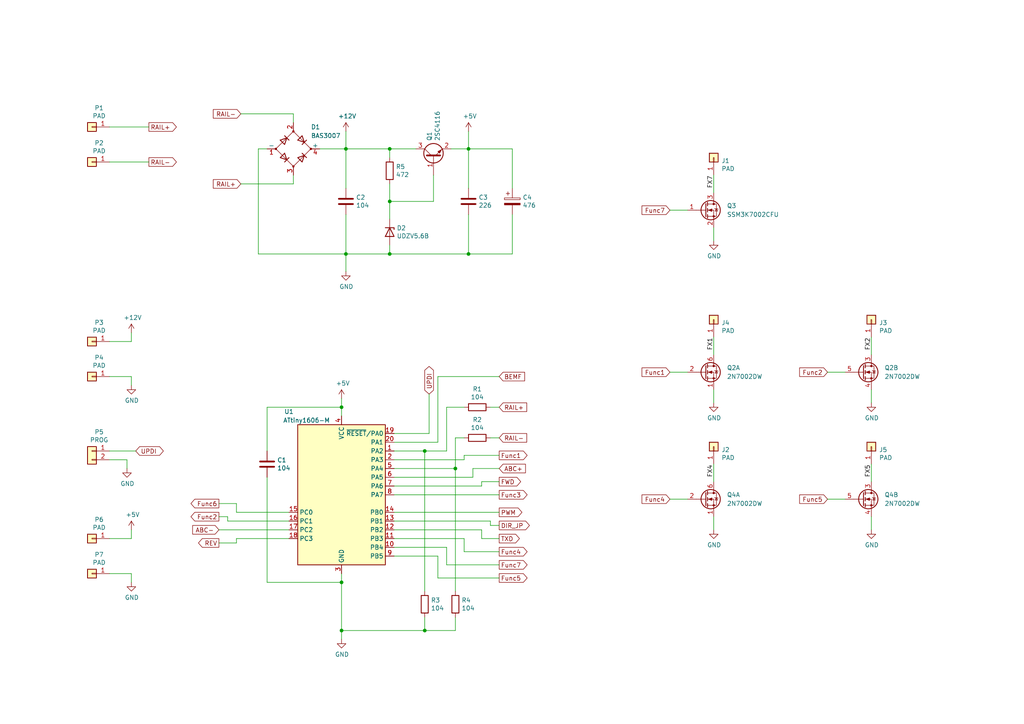
<source format=kicad_sch>
(kicad_sch (version 20230121) (generator eeschema)
  (paper "A4")
  (lib_symbols
    (symbol "Connector_Generic:Conn_01x01" (pin_names (offset 1.016) hide)
      (property "Reference" "J" (at 0 2.54 0))
      (property "Value" "Conn_01x01" (at 0 -2.54 0))
      (symbol "Conn_01x01_1_1"
        (rectangle (start -1.27 0.127) (end 0 -0.127) (stroke (width 0.1524)))
        (rectangle (start -1.27 1.27) (end 1.27 -1.27) (stroke (width 0.254)) (fill (type background)))
        (pin passive line (at -5.08 0 0) (length 3.81) (name "Pin_1") (number "1"))
      )
    )
    (symbol "Connector_Generic:Conn_01x02" (pin_names (offset 1.016) hide)
      (property "Reference" "J" (at 0 2.54 0))
      (property "Value" "Conn_01x02" (at 0 -5.08 0))
      (symbol "Conn_01x02_1_1"
        (rectangle (start -1.27 -2.413) (end 0 -2.667) (stroke (width 0.1524)))
        (rectangle (start -1.27 0.127) (end 0 -0.127) (stroke (width 0.1524)))
        (rectangle (start -1.27 1.27) (end 1.27 -3.81) (stroke (width 0.254)) (fill (type background)))
        (pin passive line (at -5.08 0 0) (length 3.81) (name "Pin_1") (number "1"))
        (pin passive line (at -5.08 -2.54 0) (length 3.81) (name "Pin_2") (number "2"))
      )
    )
    (symbol "Device:C" (pin_numbers hide) (pin_names (offset 0.254))
      (property "Reference" "C" (at 0.635 2.54 0))
      (property "Value" "C" (at 0.635 -2.54 0))
      (symbol "C_0_1"
        (polyline (pts (xy -2.032 -0.762) (xy 2.032 -0.762)) (stroke (width 0.508)))
        (polyline (pts (xy -2.032 0.762) (xy 2.032 0.762)) (stroke (width 0.508)))
      )
      (symbol "C_1_1"
        (pin passive line (at 0 3.81 270) (length 2.794) (name "~") (number "1"))
        (pin passive line (at 0 -3.81 90) (length 2.794) (name "~") (number "2"))
      )
    )
    (symbol "Device:CP" (pin_numbers hide) (pin_names (offset 0.254))
      (property "Reference" "C" (at 0.635 2.54 0))
      (property "Value" "Device_CP" (at 0.635 -2.54 0))
      (symbol "CP_0_1"
        (rectangle (start -2.286 0.508) (end 2.286 1.016))
        (polyline (pts (xy -1.778 2.286) (xy -0.762 2.286)))
        (polyline (pts (xy -1.27 2.794) (xy -1.27 1.778)))
        (rectangle (start 2.286 -0.508) (end -2.286 -1.016) (fill (type outline)))
      )
      (symbol "CP_1_1"
        (pin passive line (at 0 3.81 270) (length 2.794) (name "~") (number "1"))
        (pin passive line (at 0 -3.81 90) (length 2.794) (name "~") (number "2"))
      )
    )
    (symbol "Device:D_Bridge_-AA+" (pin_names (offset 0))
      (property "Reference" "D" (at 2.54 6.985 0))
      (property "Value" "D_Bridge_-AA+" (at 2.54 5.08 0))
      (symbol "D_Bridge_-AA+_0_1"
        (circle (center -5.08 0) (radius 0.254) (fill (type outline)))
        (circle (center 0 -5.08) (radius 0.254) (fill (type outline)))
        (polyline (pts (xy -2.54 3.81) (xy -1.27 2.54)) (stroke (width 0.254)))
        (polyline (pts (xy -1.27 -2.54) (xy -2.54 -3.81)) (stroke (width 0.254)))
        (polyline (pts (xy 2.54 -1.27) (xy 3.81 -2.54)) (stroke (width 0.254)))
        (polyline (pts (xy 2.54 1.27) (xy 3.81 2.54)) (stroke (width 0.254)))
        (polyline (pts (xy -3.81 2.54) (xy -2.54 1.27) (xy -1.905 3.175) (xy -3.81 2.54)) (stroke (width 0.254)))
        (polyline (pts (xy -2.54 -1.27) (xy -3.81 -2.54) (xy -1.905 -3.175) (xy -2.54 -1.27)) (stroke (width 0.254)))
        (polyline (pts (xy 1.27 2.54) (xy 2.54 3.81) (xy 3.175 1.905) (xy 1.27 2.54)) (stroke (width 0.254)))
        (polyline (pts (xy 3.175 -1.905) (xy 1.27 -2.54) (xy 2.54 -3.81) (xy 3.175 -1.905)) (stroke (width 0.254)))
        (polyline (pts (xy -5.08 0) (xy 0 -5.08) (xy 5.08 0) (xy 0 5.08) (xy -5.08 0)))
        (circle (center 0 5.08) (radius 0.254) (fill (type outline)))
        (circle (center 5.08 0) (radius 0.254) (fill (type outline)))
      )
      (symbol "D_Bridge_-AA+_1_1"
        (pin passive line (at -7.62 0 0) (length 2.54) (name "-") (number "1"))
        (pin passive line (at 0 7.62 270) (length 2.54) (name "~") (number "2"))
        (pin passive line (at 0 -7.62 90) (length 2.54) (name "~") (number "3"))
        (pin passive line (at 7.62 0 180) (length 2.54) (name "+") (number "4"))
      )
    )
    (symbol "Device:D_Zener" (pin_numbers hide) (pin_names (offset 1.016) hide)
      (property "Reference" "D" (at 0 2.54 0))
      (property "Value" "D_Zener" (at 0 -2.54 0))
      (symbol "D_Zener_0_1"
        (polyline (pts (xy 1.27 0) (xy -1.27 0)))
        (polyline (pts (xy -1.27 -1.27) (xy -1.27 1.27) (xy -0.762 1.27)) (stroke (width 0.254)))
        (polyline (pts (xy 1.27 -1.27) (xy 1.27 1.27) (xy -1.27 0) (xy 1.27 -1.27)) (stroke (width 0.254)))
      )
      (symbol "D_Zener_1_1"
        (pin passive line (at -3.81 0 0) (length 2.54) (name "K") (number "1"))
        (pin passive line (at 3.81 0 180) (length 2.54) (name "A") (number "2"))
      )
    )
    (symbol "Device:Q_Dual_NMOS_S1G1D2S2G2D1" (pin_names (offset 0) hide)
      (property "Reference" "Q" (at 6.35 1.27 0))
      (property "Value" "Q_Dual_NMOS_S1G1D2S2G2D1" (at 19.05 -1.27 0))
      (symbol "Q_Dual_NMOS_S1G1D2S2G2D1_0_1"
        (polyline (pts (xy 0.254 0) (xy -2.54 0)))
        (polyline (pts (xy 0.254 1.905) (xy 0.254 -1.905)) (stroke (width 0.254)))
        (polyline (pts (xy 0.762 -1.27) (xy 0.762 -2.286)) (stroke (width 0.254)))
        (polyline (pts (xy 0.762 0.508) (xy 0.762 -0.508)) (stroke (width 0.254)))
        (polyline (pts (xy 0.762 2.286) (xy 0.762 1.27)) (stroke (width 0.254)))
        (polyline (pts (xy 2.54 2.54) (xy 2.54 1.778)))
        (polyline (pts (xy 2.54 -2.54) (xy 2.54 0) (xy 0.762 0)))
        (polyline (pts (xy 0.762 -1.778) (xy 3.302 -1.778) (xy 3.302 1.778) (xy 0.762 1.778)))
        (polyline (pts (xy 1.016 0) (xy 2.032 0.381) (xy 2.032 -0.381) (xy 1.016 0)) (fill (type outline)))
        (polyline (pts (xy 2.794 0.508) (xy 2.921 0.381) (xy 3.683 0.381) (xy 3.81 0.254)))
        (polyline (pts (xy 3.302 0.381) (xy 2.921 -0.254) (xy 3.683 -0.254) (xy 3.302 0.381)))
        (circle (center 1.651 0) (radius 2.794) (stroke (width 0.254)))
        (circle (center 2.54 -1.778) (radius 0.254) (fill (type outline)))
        (circle (center 2.54 1.778) (radius 0.254) (fill (type outline)))
      )
      (symbol "Q_Dual_NMOS_S1G1D2S2G2D1_1_1"
        (pin passive line (at 2.54 -5.08 90) (length 2.54) (name "S") (number "1"))
        (pin input line (at -5.08 0 0) (length 2.54) (name "G") (number "2"))
        (pin passive line (at 2.54 5.08 270) (length 2.54) (name "D") (number "6"))
      )
      (symbol "Q_Dual_NMOS_S1G1D2S2G2D1_2_1"
        (pin passive line (at 2.54 5.08 270) (length 2.54) (name "D") (number "3"))
        (pin passive line (at 2.54 -5.08 90) (length 2.54) (name "S") (number "4"))
        (pin input line (at -5.08 0 0) (length 2.54) (name "G") (number "5"))
      )
    )
    (symbol "Device:Q_NMOS_GSD" (pin_names (offset 0) hide)
      (property "Reference" "Q" (at 5.08 1.27 0))
      (property "Value" "Q_NMOS_GSD" (at 5.08 -1.27 0))
      (symbol "Q_NMOS_GSD_0_1"
        (polyline (pts (xy 0.254 0) (xy -2.54 0)))
        (polyline (pts (xy 0.254 1.905) (xy 0.254 -1.905)) (stroke (width 0.254)))
        (polyline (pts (xy 0.762 -1.27) (xy 0.762 -2.286)) (stroke (width 0.254)))
        (polyline (pts (xy 0.762 0.508) (xy 0.762 -0.508)) (stroke (width 0.254)))
        (polyline (pts (xy 0.762 2.286) (xy 0.762 1.27)) (stroke (width 0.254)))
        (polyline (pts (xy 2.54 2.54) (xy 2.54 1.778)))
        (polyline (pts (xy 2.54 -2.54) (xy 2.54 0) (xy 0.762 0)))
        (polyline (pts (xy 0.762 -1.778) (xy 3.302 -1.778) (xy 3.302 1.778) (xy 0.762 1.778)))
        (polyline (pts (xy 1.016 0) (xy 2.032 0.381) (xy 2.032 -0.381) (xy 1.016 0)) (fill (type outline)))
        (polyline (pts (xy 2.794 0.508) (xy 2.921 0.381) (xy 3.683 0.381) (xy 3.81 0.254)))
        (polyline (pts (xy 3.302 0.381) (xy 2.921 -0.254) (xy 3.683 -0.254) (xy 3.302 0.381)))
        (circle (center 1.651 0) (radius 2.794) (stroke (width 0.254)))
        (circle (center 2.54 -1.778) (radius 0.254) (fill (type outline)))
        (circle (center 2.54 1.778) (radius 0.254) (fill (type outline)))
      )
      (symbol "Q_NMOS_GSD_1_1"
        (pin input line (at -5.08 0 0) (length 2.54) (name "G") (number "1"))
        (pin passive line (at 2.54 -5.08 90) (length 2.54) (name "S") (number "2"))
        (pin passive line (at 2.54 5.08 270) (length 2.54) (name "D") (number "3"))
      )
    )
    (symbol "Device:Q_NPN_BEC" (pin_names (offset 0) hide)
      (property "Reference" "Q" (at 5.08 1.27 0))
      (property "Value" "Q_NPN_BEC" (at 5.08 -1.27 0))
      (symbol "Q_NPN_BEC_0_1"
        (polyline (pts (xy 0.635 0.635) (xy 2.54 2.54)))
        (polyline (pts (xy 0.635 -0.635) (xy 2.54 -2.54) (xy 2.54 -2.54)))
        (polyline (pts (xy 0.635 1.905) (xy 0.635 -1.905) (xy 0.635 -1.905)) (stroke (width 0.508)))
        (polyline (pts (xy 1.27 -1.778) (xy 1.778 -1.27) (xy 2.286 -2.286) (xy 1.27 -1.778) (xy 1.27 -1.778)) (fill (type outline)))
        (circle (center 1.27 0) (radius 2.8194) (stroke (width 0.254)))
      )
      (symbol "Q_NPN_BEC_1_1"
        (pin input line (at -5.08 0 0) (length 5.715) (name "B") (number "1"))
        (pin passive line (at 2.54 -5.08 90) (length 2.54) (name "E") (number "2"))
        (pin passive line (at 2.54 5.08 270) (length 2.54) (name "C") (number "3"))
      )
    )
    (symbol "Device:R" (pin_numbers hide) (pin_names (offset 0))
      (property "Reference" "R" (at 2.032 0 90))
      (property "Value" "R" (at 0 0 90))
      (symbol "R_0_1"
        (rectangle (start -1.016 -2.54) (end 1.016 2.54) (stroke (width 0.254)))
      )
      (symbol "R_1_1"
        (pin passive line (at 0 3.81 270) (length 1.27) (name "~") (number "1"))
        (pin passive line (at 0 -3.81 90) (length 1.27) (name "~") (number "2"))
      )
    )
    (symbol "MCU_Microchip_ATtiny:ATtiny1606-M"
      (property "Reference" "U" (at -12.7 21.59 0))
      (property "Value" "ATtiny1606-M" (at 2.54 -21.59 0))
      (symbol "ATtiny1606-M_0_1"
        (rectangle (start -12.7 -20.32) (end 12.7 20.32) (stroke (width 0.254)) (fill (type background)))
      )
      (symbol "ATtiny1606-M_1_1"
        (pin bidirectional line (at 15.24 12.7 180) (length 2.54) (name "PA2") (number "1"))
        (pin bidirectional line (at 15.24 -15.24 180) (length 2.54) (name "PB4") (number "10"))
        (pin bidirectional line (at 15.24 -12.7 180) (length 2.54) (name "PB3") (number "11"))
        (pin bidirectional line (at 15.24 -10.16 180) (length 2.54) (name "PB2") (number "12"))
        (pin bidirectional line (at 15.24 -7.62 180) (length 2.54) (name "PB1") (number "13"))
        (pin bidirectional line (at 15.24 -5.08 180) (length 2.54) (name "PB0") (number "14"))
        (pin bidirectional line (at -15.24 -5.08 0) (length 2.54) (name "PC0") (number "15"))
        (pin bidirectional line (at -15.24 -7.62 0) (length 2.54) (name "PC1") (number "16"))
        (pin bidirectional line (at -15.24 -10.16 0) (length 2.54) (name "PC2") (number "17"))
        (pin bidirectional line (at -15.24 -12.7 0) (length 2.54) (name "PC3") (number "18"))
        (pin bidirectional line (at 15.24 17.78 180) (length 2.54) (name "~{RESET}/PA0") (number "19"))
        (pin bidirectional line (at 15.24 10.16 180) (length 2.54) (name "PA3") (number "2"))
        (pin bidirectional line (at 15.24 15.24 180) (length 2.54) (name "PA1") (number "20"))
        (pin passive line (at 0 -22.86 90) (length 2.54) hide (name "GND") (number "21"))
        (pin power_in line (at 0 -22.86 90) (length 2.54) (name "GND") (number "3"))
        (pin power_in line (at 0 22.86 270) (length 2.54) (name "VCC") (number "4"))
        (pin bidirectional line (at 15.24 7.62 180) (length 2.54) (name "PA4") (number "5"))
        (pin bidirectional line (at 15.24 5.08 180) (length 2.54) (name "PA5") (number "6"))
        (pin bidirectional line (at 15.24 2.54 180) (length 2.54) (name "PA6") (number "7"))
        (pin bidirectional line (at 15.24 0 180) (length 2.54) (name "PA7") (number "8"))
        (pin bidirectional line (at 15.24 -17.78 180) (length 2.54) (name "PB5") (number "9"))
      )
    )
    (symbol "power:+12V" (power) (pin_names (offset 0))
      (property "Value" "+12V" (at 0 3.556 0))
      (symbol "+12V_0_1"
        (polyline (pts (xy -0.762 1.27) (xy 0 2.54)))
        (polyline (pts (xy 0 0) (xy 0 2.54)))
        (polyline (pts (xy 0 2.54) (xy 0.762 1.27)))
      )
      (symbol "+12V_1_1"
        (pin power_in line (at 0 0 90) (length 0) hide (name "+12V") (number "1"))
      )
    )
    (symbol "power:+5V" (power) (pin_names (offset 0))
      (property "Value" "+5V" (at 0 3.556 0))
      (symbol "+5V_0_1"
        (polyline (pts (xy -0.762 1.27) (xy 0 2.54)))
        (polyline (pts (xy 0 0) (xy 0 2.54)))
        (polyline (pts (xy 0 2.54) (xy 0.762 1.27)))
      )
      (symbol "+5V_1_1"
        (pin power_in line (at 0 0 90) (length 0) hide (name "+5V") (number "1"))
      )
    )
    (symbol "power:GND" (power) (pin_names (offset 0))
      (property "Value" "GND" (at 0 -3.81 0))
      (symbol "GND_0_1"
        (polyline (pts (xy 0 0) (xy 0 -1.27) (xy 1.27 -1.27) (xy 0 -2.54) (xy -1.27 -1.27) (xy 0 -1.27)))
      )
      (symbol "GND_1_1"
        (pin power_in line (at 0 0 270) (length 0) hide (name "GND") (number "1"))
      )
    )
  )
  (junction (at 135.89 43.18))
  (junction (at 113.03 43.18))
  (junction (at 132.08 135.89))
  (junction (at 99.06 118.11))
  (junction (at 123.19 182.88))
  (junction (at 99.06 182.88))
  (junction (at 113.03 58.42))
  (junction (at 135.89 73.66))
  (junction (at 100.33 43.18))
  (junction (at 113.03 73.66))
  (junction (at 99.06 168.91))
  (junction (at 123.19 130.81))
  (junction (at 100.33 73.66))
  (wire (pts (xy 100.33 73.66) (xy 113.03 73.66)))
  (wire (pts (xy 134.62 133.35) (xy 134.62 132.08)))
  (wire (pts (xy 114.3 148.59) (xy 144.78 148.59)))
  (wire (pts (xy 207.01 139.7) (xy 207.01 134.62)))
  (wire (pts (xy 66.04 151.13) (xy 83.82 151.13)))
  (wire (pts (xy 99.06 168.91) (xy 99.06 182.88)))
  (wire (pts (xy 252.73 102.87) (xy 252.73 97.79)))
  (wire (pts (xy 199.39 144.78) (xy 194.31 144.78)))
  (wire (pts (xy 135.89 62.23) (xy 135.89 73.66)))
  (wire (pts (xy 31.75 156.21) (xy 38.1 156.21)))
  (wire (pts (xy 148.59 54.61) (xy 148.59 43.18)))
  (wire (pts (xy 85.09 53.34) (xy 69.85 53.34)))
  (wire (pts (xy 113.03 71.12) (xy 113.03 73.66)))
  (wire (pts (xy 68.58 148.59) (xy 83.82 148.59)))
  (wire (pts (xy 63.5 146.05) (xy 68.58 146.05)))
  (wire (pts (xy 114.3 158.75) (xy 129.54 158.75)))
  (wire (pts (xy 74.93 43.18) (xy 74.93 73.66)))
  (wire (pts (xy 114.3 135.89) (xy 132.08 135.89)))
  (wire (pts (xy 129.54 118.11) (xy 129.54 130.81)))
  (wire (pts (xy 245.11 144.78) (xy 240.03 144.78)))
  (wire (pts (xy 132.08 127) (xy 134.62 127)))
  (wire (pts (xy 148.59 62.23) (xy 148.59 73.66)))
  (wire (pts (xy 114.3 153.67) (xy 139.7 153.67)))
  (wire (pts (xy 31.75 36.83) (xy 43.18 36.83)))
  (wire (pts (xy 77.47 118.11) (xy 99.06 118.11)))
  (wire (pts (xy 114.3 138.43) (xy 137.16 138.43)))
  (wire (pts (xy 99.06 166.37) (xy 99.06 168.91)))
  (wire (pts (xy 100.33 62.23) (xy 100.33 73.66)))
  (wire (pts (xy 114.3 151.13) (xy 142.24 151.13)))
  (wire (pts (xy 114.3 133.35) (xy 134.62 133.35)))
  (wire (pts (xy 77.47 138.43) (xy 77.47 168.91)))
  (wire (pts (xy 252.73 149.86) (xy 252.73 153.67)))
  (wire (pts (xy 68.58 156.21) (xy 83.82 156.21)))
  (wire (pts (xy 139.7 139.7) (xy 144.78 139.7)))
  (wire (pts (xy 137.16 135.89) (xy 144.78 135.89)))
  (wire (pts (xy 199.39 107.95) (xy 194.31 107.95)))
  (wire (pts (xy 132.08 135.89) (xy 132.08 171.45)))
  (wire (pts (xy 38.1 166.37) (xy 38.1 168.91)))
  (wire (pts (xy 99.06 182.88) (xy 99.06 185.42)))
  (wire (pts (xy 129.54 158.75) (xy 129.54 163.83)))
  (wire (pts (xy 77.47 168.91) (xy 99.06 168.91)))
  (wire (pts (xy 135.89 38.1) (xy 135.89 43.18)))
  (wire (pts (xy 31.75 166.37) (xy 38.1 166.37)))
  (wire (pts (xy 127 109.22) (xy 127 128.27)))
  (wire (pts (xy 113.03 73.66) (xy 135.89 73.66)))
  (wire (pts (xy 68.58 157.48) (xy 68.58 156.21)))
  (wire (pts (xy 100.33 38.1) (xy 100.33 43.18)))
  (wire (pts (xy 120.65 43.18) (xy 113.03 43.18)))
  (wire (pts (xy 252.73 139.7) (xy 252.73 134.62)))
  (wire (pts (xy 207.01 149.86) (xy 207.01 153.67)))
  (wire (pts (xy 77.47 130.81) (xy 77.47 118.11)))
  (wire (pts (xy 114.3 125.73) (xy 124.46 125.73)))
  (wire (pts (xy 31.75 99.06) (xy 38.1 99.06)))
  (wire (pts (xy 148.59 73.66) (xy 135.89 73.66)))
  (wire (pts (xy 114.3 143.51) (xy 144.78 143.51)))
  (wire (pts (xy 113.03 58.42) (xy 113.03 53.34)))
  (wire (pts (xy 36.83 133.35) (xy 36.83 135.89)))
  (wire (pts (xy 129.54 118.11) (xy 134.62 118.11)))
  (wire (pts (xy 77.47 43.18) (xy 74.93 43.18)))
  (wire (pts (xy 85.09 35.56) (xy 85.09 33.02)))
  (wire (pts (xy 123.19 182.88) (xy 99.06 182.88)))
  (wire (pts (xy 142.24 127) (xy 144.78 127)))
  (wire (pts (xy 132.08 179.07) (xy 132.08 182.88)))
  (wire (pts (xy 68.58 146.05) (xy 68.58 148.59)))
  (wire (pts (xy 132.08 127) (xy 132.08 135.89)))
  (wire (pts (xy 130.81 43.18) (xy 135.89 43.18)))
  (wire (pts (xy 38.1 109.22) (xy 38.1 111.76)))
  (wire (pts (xy 137.16 138.43) (xy 137.16 135.89)))
  (wire (pts (xy 142.24 151.13) (xy 142.24 152.4)))
  (wire (pts (xy 114.3 161.29) (xy 127 161.29)))
  (wire (pts (xy 129.54 163.83) (xy 144.78 163.83)))
  (wire (pts (xy 66.04 149.86) (xy 66.04 151.13)))
  (wire (pts (xy 139.7 140.97) (xy 139.7 139.7)))
  (wire (pts (xy 144.78 109.22) (xy 127 109.22)))
  (wire (pts (xy 134.62 160.02) (xy 144.78 160.02)))
  (wire (pts (xy 123.19 171.45) (xy 123.19 130.81)))
  (wire (pts (xy 31.75 46.99) (xy 43.18 46.99)))
  (wire (pts (xy 124.46 125.73) (xy 124.46 114.3)))
  (wire (pts (xy 142.24 118.11) (xy 144.78 118.11)))
  (wire (pts (xy 134.62 156.21) (xy 134.62 160.02)))
  (wire (pts (xy 139.7 156.21) (xy 144.78 156.21)))
  (wire (pts (xy 31.75 130.81) (xy 39.37 130.81)))
  (wire (pts (xy 38.1 99.06) (xy 38.1 96.52)))
  (wire (pts (xy 113.03 58.42) (xy 125.73 58.42)))
  (wire (pts (xy 148.59 43.18) (xy 135.89 43.18)))
  (wire (pts (xy 74.93 73.66) (xy 100.33 73.66)))
  (wire (pts (xy 114.3 130.81) (xy 123.19 130.81)))
  (wire (pts (xy 134.62 132.08) (xy 144.78 132.08)))
  (wire (pts (xy 252.73 113.03) (xy 252.73 116.84)))
  (wire (pts (xy 92.71 43.18) (xy 100.33 43.18)))
  (wire (pts (xy 125.73 58.42) (xy 125.73 50.8)))
  (wire (pts (xy 114.3 156.21) (xy 134.62 156.21)))
  (wire (pts (xy 199.39 60.96) (xy 194.31 60.96)))
  (wire (pts (xy 207.01 66.04) (xy 207.01 69.85)))
  (wire (pts (xy 31.75 133.35) (xy 36.83 133.35)))
  (wire (pts (xy 31.75 109.22) (xy 38.1 109.22)))
  (wire (pts (xy 85.09 50.8) (xy 85.09 53.34)))
  (wire (pts (xy 99.06 118.11) (xy 99.06 115.57)))
  (wire (pts (xy 123.19 130.81) (xy 129.54 130.81)))
  (wire (pts (xy 207.01 102.87) (xy 207.01 97.79)))
  (wire (pts (xy 100.33 54.61) (xy 100.33 43.18)))
  (wire (pts (xy 127 167.64) (xy 144.78 167.64)))
  (wire (pts (xy 207.01 113.03) (xy 207.01 116.84)))
  (wire (pts (xy 63.5 157.48) (xy 68.58 157.48)))
  (wire (pts (xy 100.33 73.66) (xy 100.33 78.74)))
  (wire (pts (xy 207.01 55.88) (xy 207.01 50.8)))
  (wire (pts (xy 63.5 149.86) (xy 66.04 149.86)))
  (wire (pts (xy 99.06 120.65) (xy 99.06 118.11)))
  (wire (pts (xy 142.24 152.4) (xy 144.78 152.4)))
  (wire (pts (xy 38.1 156.21) (xy 38.1 153.67)))
  (wire (pts (xy 139.7 153.67) (xy 139.7 156.21)))
  (wire (pts (xy 245.11 107.95) (xy 240.03 107.95)))
  (wire (pts (xy 135.89 43.18) (xy 135.89 54.61)))
  (wire (pts (xy 132.08 182.88) (xy 123.19 182.88)))
  (wire (pts (xy 123.19 182.88) (xy 123.19 179.07)))
  (wire (pts (xy 69.85 33.02) (xy 85.09 33.02)))
  (wire (pts (xy 100.33 43.18) (xy 113.03 43.18)))
  (wire (pts (xy 127 161.29) (xy 127 167.64)))
  (wire (pts (xy 113.03 63.5) (xy 113.03 58.42)))
  (wire (pts (xy 114.3 128.27) (xy 127 128.27)))
  (wire (pts (xy 114.3 140.97) (xy 139.7 140.97)))
  (wire (pts (xy 113.03 45.72) (xy 113.03 43.18)))
  (wire (pts (xy 63.5 153.67) (xy 83.82 153.67)))
  (label "FX4" (at 207.01 138.43 90))
  (label "FX5" (at 252.73 138.43 90))
  (label "FX7" (at 207.01 54.61 90))
  (label "FX1" (at 207.01 101.6 90))
  (label "FX2" (at 252.73 101.6 90))
  (global_label "ABC+" (shape input) (at 144.78 135.89 0) (property "Intersheetrefs" "${INTERSHEET_REFS}" (effects hide)))
  (global_label "TXD" (shape output) (at 144.78 156.21 0) (property "Intersheetrefs" "${INTERSHEET_REFS}" (effects hide)))
  (global_label "UPDI" (shape bidirectional) (at 124.46 114.3 90) (property "Intersheetrefs" "${INTERSHEET_REFS}" (effects hide)))
  (global_label "Func7" (shape input) (at 194.31 60.96 180) (property "Intersheetrefs" "${INTERSHEET_REFS}" (effects hide)))
  (global_label "RAIL+" (shape input) (at 144.78 118.11 0) (property "Intersheetrefs" "${INTERSHEET_REFS}" (effects hide)))
  (global_label "BEMF" (shape input) (at 144.78 109.22 0) (property "Intersheetrefs" "${INTERSHEET_REFS}" (effects hide)))
  (global_label "REV" (shape output) (at 63.5 157.48 180) (property "Intersheetrefs" "${INTERSHEET_REFS}" (effects hide)))
  (global_label "Func5" (shape output) (at 144.78 167.64 0) (property "Intersheetrefs" "${INTERSHEET_REFS}" (effects hide)))
  (global_label "FWD" (shape output) (at 144.78 139.7 0) (property "Intersheetrefs" "${INTERSHEET_REFS}" (effects hide)))
  (global_label "Func3" (shape output) (at 144.78 143.51 0) (property "Intersheetrefs" "${INTERSHEET_REFS}" (effects hide)))
  (global_label "Func4" (shape output) (at 144.78 160.02 0) (property "Intersheetrefs" "${INTERSHEET_REFS}" (effects hide)))
  (global_label "Func2" (shape input) (at 240.03 107.95 180) (property "Intersheetrefs" "${INTERSHEET_REFS}" (effects hide)))
  (global_label "Func6" (shape output) (at 63.5 146.05 180) (property "Intersheetrefs" "${INTERSHEET_REFS}" (effects hide)))
  (global_label "Func5" (shape input) (at 240.03 144.78 180) (property "Intersheetrefs" "${INTERSHEET_REFS}" (effects hide)))
  (global_label "RAIL+" (shape output) (at 43.18 36.83 0) (property "Intersheetrefs" "${INTERSHEET_REFS}" (effects hide)))
  (global_label "ABC-" (shape input) (at 63.5 153.67 180) (property "Intersheetrefs" "${INTERSHEET_REFS}" (effects hide)))
  (global_label "PWM" (shape output) (at 144.78 148.59 0) (property "Intersheetrefs" "${INTERSHEET_REFS}" (effects hide)))
  (global_label "Func4" (shape input) (at 194.31 144.78 180) (property "Intersheetrefs" "${INTERSHEET_REFS}" (effects hide)))
  (global_label "DIR_JP" (shape output) (at 144.78 152.4 0) (property "Intersheetrefs" "${INTERSHEET_REFS}" (effects hide)))
  (global_label "Func1" (shape output) (at 144.78 132.08 0) (property "Intersheetrefs" "${INTERSHEET_REFS}" (effects hide)))
  (global_label "RAIL+" (shape input) (at 69.85 53.34 180) (property "Intersheetrefs" "${INTERSHEET_REFS}" (effects hide)))
  (global_label "Func2" (shape output) (at 63.5 149.86 180) (property "Intersheetrefs" "${INTERSHEET_REFS}" (effects hide)))
  (global_label "RAIL-" (shape output) (at 43.18 46.99 0) (property "Intersheetrefs" "${INTERSHEET_REFS}" (effects hide)))
  (global_label "Func1" (shape input) (at 194.31 107.95 180) (property "Intersheetrefs" "${INTERSHEET_REFS}" (effects hide)))
  (global_label "UPDI" (shape bidirectional) (at 39.37 130.81 0) (property "Intersheetrefs" "${INTERSHEET_REFS}" (effects hide)))
  (global_label "RAIL-" (shape input) (at 144.78 127 0) (property "Intersheetrefs" "${INTERSHEET_REFS}" (effects hide)))
  (global_label "RAIL-" (shape input) (at 69.85 33.02 180) (property "Intersheetrefs" "${INTERSHEET_REFS}" (effects hide)))
  (global_label "Func7" (shape output) (at 144.78 163.83 0) (property "Intersheetrefs" "${INTERSHEET_REFS}" (effects hide)))
  (symbol (lib_id "power:GND") (at 207.01 116.84 0) (unit 1)
    (property "Reference" "#PWR014" (effects hide))
    (property "Value" "GND" (at 207.137 121.2342 0))
  )
  (symbol (lib_id "Device:R") (at 113.03 49.53 0) (unit 1)
    (property "Reference" "R5" (at 114.808 48.3616 0) (effects (justify left)))
    (property "Value" "472" (at 114.808 50.673 0) (effects (justify left)))
    (property "Footprint" "footprint:R_1608_20240411" (effects hide))
  )
  (symbol (lib_id "power:+5V") (at 38.1 153.67 0) (unit 1)
    (property "Reference" "#PWR09" (effects hide))
    (property "Value" "+5V" (at 38.481 149.2758 0))
  )
  (symbol (lib_id "Device:Q_NPN_BEC") (at 125.73 45.72 90) (unit 1)
    (property "Reference" "Q1" (at 124.5616 40.894 0) (effects (justify left)))
    (property "Value" "2SC4116" (at 126.873 40.894 0) (effects (justify left)))
    (property "Footprint" "footprint:SOT-23" (effects hide))
  )
  (symbol (lib_id "Device:C") (at 100.33 58.42 0) (unit 1)
    (property "Reference" "C2" (at 103.251 57.2516 0) (effects (justify left)))
    (property "Value" "104" (at 103.251 59.563 0) (effects (justify left)))
    (property "Footprint" "footprint:C_1005_v2" (effects hide))
  )
  (symbol (lib_id "Device:R") (at 123.19 175.26 0) (unit 1)
    (property "Reference" "R3" (at 124.968 174.0916 0) (effects (justify left)))
    (property "Value" "104" (at 124.968 176.403 0) (effects (justify left)))
    (property "Footprint" "footprint:R_1608_20240411" (effects hide))
  )
  (symbol (lib_id "power:GND") (at 38.1 111.76 0) (unit 1)
    (property "Reference" "#PWR08" (effects hide))
    (property "Value" "GND" (at 38.227 116.1542 0))
  )
  (symbol (lib_id "power:+12V") (at 100.33 38.1 0) (unit 1)
    (property "Reference" "#PWR03" (effects hide))
    (property "Value" "+12V" (at 100.711 33.7058 0))
  )
  (symbol (lib_id "Connector_Generic:Conn_01x01") (at 207.01 45.72 90) (unit 1)
    (property "Reference" "J1" (at 209.2452 46.6344 90) (effects (justify right)))
    (property "Value" "PAD" (at 209.2452 48.9458 90) (effects (justify right)))
    (property "Footprint" "footprint:PAD_1.3x1.3_Hole0.9" (effects hide))
  )
  (symbol (lib_id "Device:Q_Dual_NMOS_S1G1D2S2G2D1") (at 204.47 144.78 0) (unit 1)
    (property "Reference" "Q4" (at 210.82 143.51 0) (effects (justify left)))
    (property "Value" "2N7002DW" (at 210.82 146.05 0) (effects (justify left)))
    (property "Footprint" "footprint:SOT-363-nomark-v2" (effects hide))
  )
  (symbol (lib_id "Device:R") (at 138.43 127 270) (unit 1)
    (property "Reference" "R2" (at 138.43 121.7422 90))
    (property "Value" "104" (at 138.43 124.0536 90))
    (property "Footprint" "footprint:R_1608_20240411" (effects hide))
  )
  (symbol (lib_id "Device:Q_Dual_NMOS_S1G1D2S2G2D1") (at 250.19 144.78 0) (unit 2)
    (property "Reference" "Q4" (at 256.54 143.51 0) (effects (justify left)))
    (property "Value" "2N7002DW" (at 256.54 146.05 0) (effects (justify left)))
    (property "Footprint" "footprint:SOT-363-nomark-v2" (effects hide))
  )
  (symbol (lib_id "Device:Q_NMOS_GSD") (at 204.47 60.96 0) (unit 1)
    (property "Reference" "Q3" (at 210.82 59.69 0) (effects (justify left)))
    (property "Value" "SSM3K7002CFU" (at 210.82 62.23 0) (effects (justify left)))
    (property "Footprint" "footprint:SOT-23" (effects hide))
  )
  (symbol (lib_id "Connector_Generic:Conn_01x01") (at 207.01 92.71 90) (unit 1)
    (property "Reference" "J4" (at 209.2452 93.6244 90) (effects (justify right)))
    (property "Value" "PAD" (at 209.2452 95.9358 90) (effects (justify right)))
    (property "Footprint" "footprint:PAD_1.3x1.3_Hole0.9" (effects hide))
  )
  (symbol (lib_id "Device:CP") (at 148.59 58.42 0) (unit 1)
    (property "Reference" "C4" (at 151.5872 57.2516 0) (effects (justify left)))
    (property "Value" "476" (at 151.5872 59.563 0) (effects (justify left)))
    (property "Footprint" "footprint:CP_1608" (effects hide))
  )
  (symbol (lib_id "Device:Q_Dual_NMOS_S1G1D2S2G2D1") (at 250.19 107.95 0) (unit 2)
    (property "Reference" "Q2" (at 256.54 106.68 0) (effects (justify left)))
    (property "Value" "2N7002DW" (at 256.54 109.22 0) (effects (justify left)))
    (property "Footprint" "footprint:SOT-363-nomark-v2" (effects hide))
  )
  (symbol (lib_id "power:+12V") (at 38.1 96.52 0) (unit 1)
    (property "Reference" "#PWR07" (effects hide))
    (property "Value" "+12V" (at 38.481 92.1258 0))
  )
  (symbol (lib_id "Connector_Generic:Conn_01x01") (at 26.67 46.99 0) (mirror y) (unit 1)
    (property "Reference" "P2" (at 28.7528 41.4782 0))
    (property "Value" "PAD" (at 28.7528 43.7896 0))
    (property "Footprint" "footprint:PAD_1.3x1.3_Hole0.9" (effects hide))
  )
  (symbol (lib_id "Connector_Generic:Conn_01x01") (at 252.73 92.71 90) (unit 1)
    (property "Reference" "J3" (at 254.9652 93.6244 90) (effects (justify right)))
    (property "Value" "PAD" (at 254.9652 95.9358 90) (effects (justify right)))
    (property "Footprint" "footprint:PAD_1.3x1.3_Hole0.9" (effects hide))
  )
  (symbol (lib_id "Device:D_Zener") (at 113.03 67.31 270) (unit 1)
    (property "Reference" "D2" (at 115.062 66.1416 90) (effects (justify left)))
    (property "Value" "UDZV5.6B" (at 115.062 68.453 90) (effects (justify left)))
    (property "Footprint" "footprint:UMD2" (effects hide))
  )
  (symbol (lib_id "power:GND") (at 36.83 135.89 0) (unit 1)
    (property "Reference" "#PWR06" (effects hide))
    (property "Value" "GND" (at 36.957 140.2842 0))
  )
  (symbol (lib_id "Connector_Generic:Conn_01x01") (at 26.67 36.83 0) (mirror y) (unit 1)
    (property "Reference" "P1" (at 28.7528 31.3182 0))
    (property "Value" "PAD" (at 28.7528 33.6296 0))
    (property "Footprint" "footprint:PAD_1.3x1.3_Hole0.9" (effects hide))
  )
  (symbol (lib_id "Device:C") (at 135.89 58.42 0) (unit 1)
    (property "Reference" "C3" (at 138.811 57.2516 0) (effects (justify left)))
    (property "Value" "226" (at 138.811 59.563 0) (effects (justify left)))
    (property "Footprint" "footprint:C_1608" (effects hide))
  )
  (symbol (lib_id "Connector_Generic:Conn_01x02") (at 26.67 130.81 0) (mirror y) (unit 1)
    (property "Reference" "P5" (at 28.7528 125.2982 0))
    (property "Value" "PROG" (at 28.7528 127.6096 0))
    (property "Footprint" "footprint:PAD_PROG_2PIN_HOLE0.7" (effects hide))
  )
  (symbol (lib_id "power:GND") (at 207.01 153.67 0) (unit 1)
    (property "Reference" "#PWR012" (effects hide))
    (property "Value" "GND" (at 207.137 158.0642 0))
  )
  (symbol (lib_id "power:+5V") (at 135.89 38.1 0) (unit 1)
    (property "Reference" "#PWR05" (effects hide))
    (property "Value" "+5V" (at 136.271 33.7058 0))
  )
  (symbol (lib_id "Device:D_Bridge_-AA+") (at 85.09 43.18 0) (unit 1)
    (property "Reference" "D1" (at 90.17 36.83 0) (effects (justify left)))
    (property "Value" "BAS3007" (at 90.17 39.37 0) (effects (justify left)))
    (property "Footprint" "footprint:SOT-143" (effects hide))
  )
  (symbol (lib_id "Connector_Generic:Conn_01x01") (at 26.67 99.06 0) (mirror y) (unit 1)
    (property "Reference" "P3" (at 28.7528 93.5482 0))
    (property "Value" "PAD" (at 28.7528 95.8596 0))
    (property "Footprint" "footprint:PAD_1.3x1.3_Hole0.9" (effects hide))
  )
  (symbol (lib_id "Device:C") (at 77.47 134.62 0) (unit 1)
    (property "Reference" "C1" (at 80.391 133.4516 0) (effects (justify left)))
    (property "Value" "104" (at 80.391 135.763 0) (effects (justify left)))
    (property "Footprint" "footprint:C_1005_v2" (effects hide))
  )
  (symbol (lib_id "Device:Q_Dual_NMOS_S1G1D2S2G2D1") (at 204.47 107.95 0) (unit 1)
    (property "Reference" "Q2" (at 210.82 106.68 0) (effects (justify left)))
    (property "Value" "2N7002DW" (at 210.82 109.22 0) (effects (justify left)))
    (property "Footprint" "footprint:SOT-363-nomark-v2" (effects hide))
  )
  (symbol (lib_id "power:GND") (at 99.06 185.42 0) (unit 1)
    (property "Reference" "#PWR02" (effects hide))
    (property "Value" "GND" (at 99.187 189.8142 0))
  )
  (symbol (lib_id "Device:R") (at 138.43 118.11 270) (unit 1)
    (property "Reference" "R1" (at 138.43 112.8522 90))
    (property "Value" "104" (at 138.43 115.1636 90))
    (property "Footprint" "footprint:R_1608_20240411" (effects hide))
  )
  (symbol (lib_id "Device:R") (at 132.08 175.26 0) (unit 1)
    (property "Reference" "R4" (at 133.858 174.0916 0) (effects (justify left)))
    (property "Value" "104" (at 133.858 176.403 0) (effects (justify left)))
    (property "Footprint" "footprint:R_1608_20240411" (effects hide))
  )
  (symbol (lib_id "power:GND") (at 207.01 69.85 0) (unit 1)
    (property "Reference" "#PWR011" (effects hide))
    (property "Value" "GND" (at 207.137 74.2442 0))
  )
  (symbol (lib_id "Connector_Generic:Conn_01x01") (at 207.01 129.54 90) (unit 1)
    (property "Reference" "J2" (at 209.2452 130.4544 90) (effects (justify right)))
    (property "Value" "PAD" (at 209.2452 132.7658 90) (effects (justify right)))
    (property "Footprint" "footprint:PAD_1.3x1.3_Hole0.9" (effects hide))
  )
  (symbol (lib_id "power:GND") (at 252.73 116.84 0) (unit 1)
    (property "Reference" "#PWR013" (effects hide))
    (property "Value" "GND" (at 252.857 121.2342 0))
  )
  (symbol (lib_id "Connector_Generic:Conn_01x01") (at 26.67 156.21 0) (mirror y) (unit 1)
    (property "Reference" "P6" (at 28.7528 150.6982 0))
    (property "Value" "PAD" (at 28.7528 153.0096 0))
    (property "Footprint" "footprint:PAD_1.3x1.3_Hole0.9" (effects hide))
  )
  (symbol (lib_id "power:GND") (at 38.1 168.91 0) (unit 1)
    (property "Reference" "#PWR010" (effects hide))
    (property "Value" "GND" (at 38.227 173.3042 0))
  )
  (symbol (lib_id "Connector_Generic:Conn_01x01") (at 26.67 109.22 0) (mirror y) (unit 1)
    (property "Reference" "P4" (at 28.7528 103.7082 0))
    (property "Value" "PAD" (at 28.7528 106.0196 0))
    (property "Footprint" "footprint:PAD_1.3x1.3_Hole0.9" (effects hide))
  )
  (symbol (lib_id "power:GND") (at 252.73 153.67 0) (unit 1)
    (property "Reference" "#PWR015" (effects hide))
    (property "Value" "GND" (at 252.857 158.0642 0))
  )
  (symbol (lib_id "power:GND") (at 100.33 78.74 0) (unit 1)
    (property "Reference" "#PWR04" (effects hide))
    (property "Value" "GND" (at 100.457 83.1342 0))
  )
  (symbol (lib_id "Connector_Generic:Conn_01x01") (at 26.67 166.37 0) (mirror y) (unit 1)
    (property "Reference" "P7" (at 28.7528 160.8582 0))
    (property "Value" "PAD" (at 28.7528 163.1696 0))
    (property "Footprint" "footprint:PAD_1.3x1.3_Hole0.9" (effects hide))
  )
  (symbol (lib_id "MCU_Microchip_ATtiny:ATtiny1606-M") (at 99.06 143.51 0) (unit 1)
    (property "Reference" "U1" (at 83.82 119.38 0))
    (property "Value" "ATtiny1606-M" (at 88.9 121.92 0))
    (property "Footprint" "footprint:VQFN-20-1EP_3x3mm_P0.4mm_EP1.7x1.7mm" (effects hide))
    (property "Datasheet" "http://ww1.microchip.com/downloads/en/DeviceDoc/ATtiny806_1606_Data_Sheet_40002029A.pdf" (effects hide))
  )
  (symbol (lib_id "power:+5V") (at 99.06 115.57 0) (unit 1)
    (property "Reference" "#PWR01" (effects hide))
    (property "Value" "+5V" (at 99.441 111.1758 0))
  )
  (symbol (lib_id "Connector_Generic:Conn_01x01") (at 252.73 129.54 90) (unit 1)
    (property "Reference" "J5" (at 254.9652 130.4544 90) (effects (justify right)))
    (property "Value" "PAD" (at 254.9652 132.7658 90) (effects (justify right)))
    (property "Footprint" "footprint:PAD_1.3x1.3_Hole0.9" (effects hide))
  )
)
</source>
